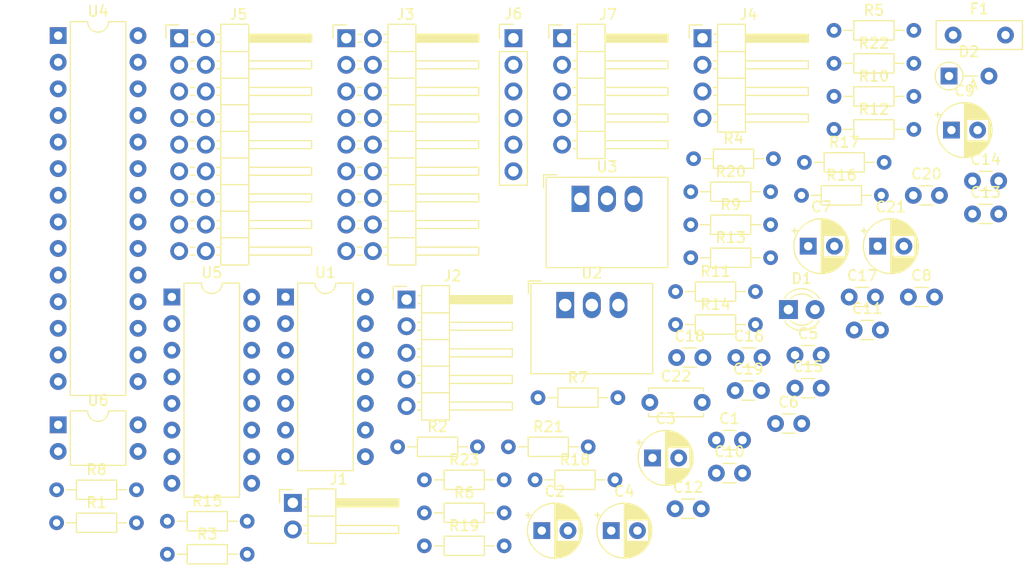
<source format=kicad_pcb>
(kicad_pcb (version 20171130) (host pcbnew 5.1.9-1.fc33)
  (layers (0 F.Cu signal) (1 In1.Cu signal hide) (2 In2.Cu signal hide) (31 B.Cu signal) (34 B.Paste user) (35 F.Paste user) (36 B.SilkS user) (37 F.SilkS user) (38 B.Mask user) (39 F.Mask user) (44 Edge.Cuts user))
  (net 0 "")
  (net 1 +5V)
  (net 2 GND)
  (net 3 "Net-(C2-Pad1)")
  (net 4 "Net-(C4-Pad1)")
  (net 5 "Net-(C6-Pad2)")
  (net 6 VDD)
  (net 7 "Net-(C12-Pad2)")
  (net 8 "Net-(C14-Pad2)")
  (net 9 "Net-(C15-Pad2)")
  (net 10 "Net-(C16-Pad2)")
  (net 11 "Net-(C17-Pad2)")
  (net 12 "Net-(C18-Pad2)")
  (net 13 "Net-(C19-Pad2)")
  (net 14 "Net-(C20-Pad2)")
  (net 15 "Net-(C22-Pad2)")
  (net 16 "Net-(D2-Pad2)")
  (net 17 "Net-(D2-Pad1)")
  (net 18 "Net-(F1-Pad2)")
  (net 19 "Net-(J2-Pad4)")
  (net 20 "Net-(J2-Pad3)")
  (net 21 "Net-(J2-Pad2)")
  (net 22 "Net-(J3-Pad17)")
  (net 23 "Net-(J3-Pad15)")
  (net 24 "Net-(J3-Pad13)")
  (net 25 "Net-(J3-Pad11)")
  (net 26 "Net-(J3-Pad10)")
  (net 27 "Net-(J3-Pad7)")
  (net 28 "Net-(J3-Pad5)")
  (net 29 "Net-(J3-Pad3)")
  (net 30 "Net-(J4-Pad3)")
  (net 31 "Net-(J4-Pad2)")
  (net 32 "Net-(J5-Pad17)")
  (net 33 "Net-(J5-Pad15)")
  (net 34 "Net-(J5-Pad13)")
  (net 35 "Net-(J5-Pad11)")
  (net 36 "Net-(J5-Pad9)")
  (net 37 "Net-(J5-Pad7)")
  (net 38 "Net-(J5-Pad5)")
  (net 39 "Net-(J5-Pad3)")
  (net 40 "Net-(J5-Pad1)")
  (net 41 "Net-(J6-Pad5)")
  (net 42 "Net-(J6-Pad4)")
  (net 43 "Net-(J6-Pad1)")
  (net 44 "Net-(J7-Pad5)")
  (net 45 "Net-(J7-Pad2)")
  (net 46 "Net-(J7-Pad1)")
  (net 47 "Net-(R20-Pad2)")
  (net 48 "Net-(R22-Pad1)")
  (net 49 "Net-(U1-Pad3)")
  (net 50 "Net-(U1-Pad1)")
  (net 51 "Net-(U4-Pad23)")
  (module Package_DIP:DIP-4_W7.62mm (layer F.Cu) (at 101.01 109.03)
    (fp_text reference U6 (at 3.81 -2.33) (layer F.SilkS))
    (fp_text value TLP785)
    (pad 4 thru_hole oval (at 7.62 0) (size 1.6 1.6) (drill 0.8) (layers *.Cu *.Mask) (net 47 "Net-(R20-Pad2)"))
    (pad 2 thru_hole oval (at 0 2.54) (size 1.6 1.6) (drill 0.8) (layers *.Cu *.Mask) (net 16 "Net-(D2-Pad2)"))
    (pad 3 thru_hole oval (at 7.62 2.54) (size 1.6 1.6) (drill 0.8) (layers *.Cu *.Mask) (net 2 GND))
    (pad 1 thru_hole rect (at 0 0) (size 1.6 1.6) (drill 0.8) (layers *.Cu *.Mask) (net 17 "Net-(D2-Pad1)"))
  )
  (module Package_DIP:DIP-16_W7.62mm (layer F.Cu) (at 111.86 96.83)
    (fp_text reference U5 (at 3.81 -2.33) (layer F.SilkS))
    (fp_text value 4051)
    (pad 16 thru_hole oval (at 7.62 0) (size 1.6 1.6) (drill 0.8) (layers *.Cu *.Mask) (net 6 VDD))
    (pad 8 thru_hole oval (at 0 17.78) (size 1.6 1.6) (drill 0.8) (layers *.Cu *.Mask) (net 2 GND))
    (pad 15 thru_hole oval (at 7.62 2.54) (size 1.6 1.6) (drill 0.8) (layers *.Cu *.Mask) (net 9 "Net-(C15-Pad2)"))
    (pad 7 thru_hole oval (at 0 15.24) (size 1.6 1.6) (drill 0.8) (layers *.Cu *.Mask) (net 2 GND))
    (pad 14 thru_hole oval (at 7.62 5.08) (size 1.6 1.6) (drill 0.8) (layers *.Cu *.Mask) (net 8 "Net-(C14-Pad2)"))
    (pad 6 thru_hole oval (at 0 12.7) (size 1.6 1.6) (drill 0.8) (layers *.Cu *.Mask) (net 2 GND))
    (pad 13 thru_hole oval (at 7.62 7.62) (size 1.6 1.6) (drill 0.8) (layers *.Cu *.Mask) (net 7 "Net-(C12-Pad2)"))
    (pad 5 thru_hole oval (at 0 10.16) (size 1.6 1.6) (drill 0.8) (layers *.Cu *.Mask) (net 12 "Net-(C18-Pad2)"))
    (pad 12 thru_hole oval (at 7.62 10.16) (size 1.6 1.6) (drill 0.8) (layers *.Cu *.Mask) (net 10 "Net-(C16-Pad2)"))
    (pad 4 thru_hole oval (at 0 7.62) (size 1.6 1.6) (drill 0.8) (layers *.Cu *.Mask) (net 14 "Net-(C20-Pad2)"))
    (pad 11 thru_hole oval (at 7.62 12.7) (size 1.6 1.6) (drill 0.8) (layers *.Cu *.Mask) (net 21 "Net-(J2-Pad2)"))
    (pad 3 thru_hole oval (at 0 5.08) (size 1.6 1.6) (drill 0.8) (layers *.Cu *.Mask) (net 51 "Net-(U4-Pad23)"))
    (pad 10 thru_hole oval (at 7.62 15.24) (size 1.6 1.6) (drill 0.8) (layers *.Cu *.Mask) (net 20 "Net-(J2-Pad3)"))
    (pad 2 thru_hole oval (at 0 2.54) (size 1.6 1.6) (drill 0.8) (layers *.Cu *.Mask) (net 13 "Net-(C19-Pad2)"))
    (pad 9 thru_hole oval (at 7.62 17.78) (size 1.6 1.6) (drill 0.8) (layers *.Cu *.Mask) (net 19 "Net-(J2-Pad4)"))
    (pad 1 thru_hole rect (at 0 0) (size 1.6 1.6) (drill 0.8) (layers *.Cu *.Mask) (net 11 "Net-(C17-Pad2)"))
  )
  (module Package_DIP:DIP-28_W7.62mm (layer F.Cu) (at 101.01 71.88)
    (fp_text reference U4 (at 3.81 -2.33) (layer F.SilkS))
    (fp_text value PIC32MX110F016B-I_SP)
    (pad 28 thru_hole oval (at 7.62 0) (size 1.6 1.6) (drill 0.8) (layers *.Cu *.Mask) (net 6 VDD))
    (pad 14 thru_hole oval (at 0 33.02) (size 1.6 1.6) (drill 0.8) (layers *.Cu *.Mask))
    (pad 27 thru_hole oval (at 7.62 2.54) (size 1.6 1.6) (drill 0.8) (layers *.Cu *.Mask) (net 2 GND))
    (pad 13 thru_hole oval (at 0 30.48) (size 1.6 1.6) (drill 0.8) (layers *.Cu *.Mask) (net 6 VDD))
    (pad 26 thru_hole oval (at 7.62 5.08) (size 1.6 1.6) (drill 0.8) (layers *.Cu *.Mask) (net 34 "Net-(J5-Pad13)"))
    (pad 12 thru_hole oval (at 0 27.94) (size 1.6 1.6) (drill 0.8) (layers *.Cu *.Mask))
    (pad 25 thru_hole oval (at 7.62 7.62) (size 1.6 1.6) (drill 0.8) (layers *.Cu *.Mask) (net 33 "Net-(J5-Pad15)"))
    (pad 11 thru_hole oval (at 0 25.4) (size 1.6 1.6) (drill 0.8) (layers *.Cu *.Mask) (net 19 "Net-(J2-Pad4)"))
    (pad 24 thru_hole oval (at 7.62 10.16) (size 1.6 1.6) (drill 0.8) (layers *.Cu *.Mask) (net 32 "Net-(J5-Pad17)"))
    (pad 10 thru_hole oval (at 0 22.86) (size 1.6 1.6) (drill 0.8) (layers *.Cu *.Mask) (net 20 "Net-(J2-Pad3)"))
    (pad 23 thru_hole oval (at 7.62 12.7) (size 1.6 1.6) (drill 0.8) (layers *.Cu *.Mask) (net 51 "Net-(U4-Pad23)"))
    (pad 9 thru_hole oval (at 0 20.32) (size 1.6 1.6) (drill 0.8) (layers *.Cu *.Mask) (net 21 "Net-(J2-Pad2)"))
    (pad 22 thru_hole oval (at 7.62 15.24) (size 1.6 1.6) (drill 0.8) (layers *.Cu *.Mask) (net 41 "Net-(J6-Pad5)"))
    (pad 8 thru_hole oval (at 0 17.78) (size 1.6 1.6) (drill 0.8) (layers *.Cu *.Mask) (net 2 GND))
    (pad 21 thru_hole oval (at 7.62 17.78) (size 1.6 1.6) (drill 0.8) (layers *.Cu *.Mask) (net 42 "Net-(J6-Pad4)"))
    (pad 7 thru_hole oval (at 0 15.24) (size 1.6 1.6) (drill 0.8) (layers *.Cu *.Mask) (net 35 "Net-(J5-Pad11)"))
    (pad 20 thru_hole oval (at 7.62 20.32) (size 1.6 1.6) (drill 0.8) (layers *.Cu *.Mask) (net 15 "Net-(C22-Pad2)"))
    (pad 6 thru_hole oval (at 0 12.7) (size 1.6 1.6) (drill 0.8) (layers *.Cu *.Mask) (net 36 "Net-(J5-Pad9)"))
    (pad 19 thru_hole oval (at 7.62 22.86) (size 1.6 1.6) (drill 0.8) (layers *.Cu *.Mask) (net 2 GND))
    (pad 5 thru_hole oval (at 0 10.16) (size 1.6 1.6) (drill 0.8) (layers *.Cu *.Mask) (net 37 "Net-(J5-Pad7)"))
    (pad 18 thru_hole oval (at 7.62 25.4) (size 1.6 1.6) (drill 0.8) (layers *.Cu *.Mask) (net 31 "Net-(J4-Pad2)"))
    (pad 4 thru_hole oval (at 0 7.62) (size 1.6 1.6) (drill 0.8) (layers *.Cu *.Mask) (net 38 "Net-(J5-Pad5)"))
    (pad 17 thru_hole oval (at 7.62 27.94) (size 1.6 1.6) (drill 0.8) (layers *.Cu *.Mask) (net 30 "Net-(J4-Pad3)"))
    (pad 3 thru_hole oval (at 0 5.08) (size 1.6 1.6) (drill 0.8) (layers *.Cu *.Mask) (net 39 "Net-(J5-Pad3)"))
    (pad 16 thru_hole oval (at 7.62 30.48) (size 1.6 1.6) (drill 0.8) (layers *.Cu *.Mask) (net 50 "Net-(U1-Pad1)"))
    (pad 2 thru_hole oval (at 0 2.54) (size 1.6 1.6) (drill 0.8) (layers *.Cu *.Mask) (net 40 "Net-(J5-Pad1)"))
    (pad 15 thru_hole oval (at 7.62 33.02) (size 1.6 1.6) (drill 0.8) (layers *.Cu *.Mask) (net 47 "Net-(R20-Pad2)"))
    (pad 1 thru_hole rect (at 0 0) (size 1.6 1.6) (drill 0.8) (layers *.Cu *.Mask) (net 43 "Net-(J6-Pad1)"))
  )
  (module Converter_DCDC:Converter_DCDC_RECOM_R-78B-2.0_THT (layer F.Cu) (at 150.855 87.465)
    (fp_text reference U3 (at 2.54 -3.06) (layer F.SilkS))
    (fp_text value BP5293-50)
    (pad 3 thru_hole oval (at 5.08 0) (size 1.7 2.5) (drill 1.2) (layers *.Cu *.Mask) (net 1 +5V))
    (pad 2 thru_hole oval (at 2.54 0) (size 1.7 2.5) (drill 1.2) (layers *.Cu *.Mask) (net 2 GND))
    (pad 1 thru_hole rect (at 0 0) (size 1.7 2.5) (drill 1.2) (layers *.Cu *.Mask) (net 3 "Net-(C2-Pad1)"))
  )
  (module Converter_DCDC:Converter_DCDC_RECOM_R-78B-2.0_THT (layer F.Cu) (at 149.405 97.595)
    (fp_text reference U2 (at 2.54 -3.06) (layer F.SilkS))
    (fp_text value BP5293-33)
    (pad 3 thru_hole oval (at 5.08 0) (size 1.7 2.5) (drill 1.2) (layers *.Cu *.Mask) (net 6 VDD))
    (pad 2 thru_hole oval (at 2.54 0) (size 1.7 2.5) (drill 1.2) (layers *.Cu *.Mask) (net 2 GND))
    (pad 1 thru_hole rect (at 0 0) (size 1.7 2.5) (drill 1.2) (layers *.Cu *.Mask) (net 3 "Net-(C2-Pad1)"))
  )
  (module Package_DIP:DIP-14_W7.62mm (layer F.Cu) (at 122.71 96.83)
    (fp_text reference U1 (at 3.81 -2.33) (layer F.SilkS))
    (fp_text value 74HC00)
    (pad 14 thru_hole oval (at 7.62 0) (size 1.6 1.6) (drill 0.8) (layers *.Cu *.Mask) (net 1 +5V))
    (pad 7 thru_hole oval (at 0 15.24) (size 1.6 1.6) (drill 0.8) (layers *.Cu *.Mask) (net 2 GND))
    (pad 13 thru_hole oval (at 7.62 2.54) (size 1.6 1.6) (drill 0.8) (layers *.Cu *.Mask) (net 2 GND))
    (pad 6 thru_hole oval (at 0 12.7) (size 1.6 1.6) (drill 0.8) (layers *.Cu *.Mask) (net 48 "Net-(R22-Pad1)"))
    (pad 12 thru_hole oval (at 7.62 5.08) (size 1.6 1.6) (drill 0.8) (layers *.Cu *.Mask) (net 2 GND))
    (pad 5 thru_hole oval (at 0 10.16) (size 1.6 1.6) (drill 0.8) (layers *.Cu *.Mask) (net 49 "Net-(U1-Pad3)"))
    (pad 11 thru_hole oval (at 7.62 7.62) (size 1.6 1.6) (drill 0.8) (layers *.Cu *.Mask))
    (pad 4 thru_hole oval (at 0 7.62) (size 1.6 1.6) (drill 0.8) (layers *.Cu *.Mask) (net 49 "Net-(U1-Pad3)"))
    (pad 10 thru_hole oval (at 7.62 10.16) (size 1.6 1.6) (drill 0.8) (layers *.Cu *.Mask) (net 2 GND))
    (pad 3 thru_hole oval (at 0 5.08) (size 1.6 1.6) (drill 0.8) (layers *.Cu *.Mask) (net 49 "Net-(U1-Pad3)"))
    (pad 9 thru_hole oval (at 7.62 12.7) (size 1.6 1.6) (drill 0.8) (layers *.Cu *.Mask) (net 2 GND))
    (pad 2 thru_hole oval (at 0 2.54) (size 1.6 1.6) (drill 0.8) (layers *.Cu *.Mask) (net 50 "Net-(U1-Pad1)"))
    (pad 8 thru_hole oval (at 7.62 15.24) (size 1.6 1.6) (drill 0.8) (layers *.Cu *.Mask))
    (pad 1 thru_hole rect (at 0 0) (size 1.6 1.6) (drill 0.8) (layers *.Cu *.Mask) (net 50 "Net-(U1-Pad1)"))
  )
  (module Resistor_THT:R_Axial_DIN0204_L3.6mm_D1.6mm_P7.62mm_Horizontal (layer F.Cu) (at 135.96 114.28)
    (fp_text reference R23 (at 3.81 -1.92) (layer F.SilkS))
    (fp_text value 220)
    (pad 2 thru_hole oval (at 7.62 0) (size 1.4 1.4) (drill 0.7) (layers *.Cu *.Mask) (net 45 "Net-(J7-Pad2)"))
    (pad 1 thru_hole circle (at 0 0) (size 1.4 1.4) (drill 0.7) (layers *.Cu *.Mask) (net 2 GND))
  )
  (module Resistor_THT:R_Axial_DIN0204_L3.6mm_D1.6mm_P7.62mm_Horizontal (layer F.Cu) (at 175.06 74.53)
    (fp_text reference R22 (at 3.81 -1.92) (layer F.SilkS))
    (fp_text value 220)
    (pad 2 thru_hole oval (at 7.62 0) (size 1.4 1.4) (drill 0.7) (layers *.Cu *.Mask) (net 46 "Net-(J7-Pad1)"))
    (pad 1 thru_hole circle (at 0 0) (size 1.4 1.4) (drill 0.7) (layers *.Cu *.Mask) (net 48 "Net-(R22-Pad1)"))
  )
  (module Resistor_THT:R_Axial_DIN0204_L3.6mm_D1.6mm_P7.62mm_Horizontal (layer F.Cu) (at 143.98 111.13)
    (fp_text reference R21 (at 3.81 -1.92) (layer F.SilkS))
    (fp_text value 220)
    (pad 2 thru_hole oval (at 7.62 0) (size 1.4 1.4) (drill 0.7) (layers *.Cu *.Mask) (net 44 "Net-(J7-Pad5)"))
    (pad 1 thru_hole circle (at 0 0) (size 1.4 1.4) (drill 0.7) (layers *.Cu *.Mask) (net 17 "Net-(D2-Pad1)"))
  )
  (module Resistor_THT:R_Axial_DIN0204_L3.6mm_D1.6mm_P7.62mm_Horizontal (layer F.Cu) (at 161.39 86.78)
    (fp_text reference R20 (at 3.81 -1.92) (layer F.SilkS))
    (fp_text value 220)
    (pad 2 thru_hole oval (at 7.62 0) (size 1.4 1.4) (drill 0.7) (layers *.Cu *.Mask) (net 47 "Net-(R20-Pad2)"))
    (pad 1 thru_hole circle (at 0 0) (size 1.4 1.4) (drill 0.7) (layers *.Cu *.Mask) (net 6 VDD))
  )
  (module Resistor_THT:R_Axial_DIN0204_L3.6mm_D1.6mm_P7.62mm_Horizontal (layer F.Cu) (at 135.96 120.58)
    (fp_text reference R19 (at 3.81 -1.92) (layer F.SilkS))
    (fp_text value 10k)
    (pad 2 thru_hole oval (at 7.62 0) (size 1.4 1.4) (drill 0.7) (layers *.Cu *.Mask) (net 14 "Net-(C20-Pad2)"))
    (pad 1 thru_hole circle (at 0 0) (size 1.4 1.4) (drill 0.7) (layers *.Cu *.Mask) (net 22 "Net-(J3-Pad17)"))
  )
  (module Resistor_THT:R_Axial_DIN0204_L3.6mm_D1.6mm_P7.62mm_Horizontal (layer F.Cu) (at 146.53 114.28)
    (fp_text reference R18 (at 3.81 -1.92) (layer F.SilkS))
    (fp_text value 10k)
    (pad 2 thru_hole oval (at 7.62 0) (size 1.4 1.4) (drill 0.7) (layers *.Cu *.Mask) (net 13 "Net-(C19-Pad2)"))
    (pad 1 thru_hole circle (at 0 0) (size 1.4 1.4) (drill 0.7) (layers *.Cu *.Mask) (net 23 "Net-(J3-Pad15)"))
  )
  (module Resistor_THT:R_Axial_DIN0204_L3.6mm_D1.6mm_P7.62mm_Horizontal (layer F.Cu) (at 172.23 83.98)
    (fp_text reference R17 (at 3.81 -1.92) (layer F.SilkS))
    (fp_text value 10k)
    (pad 2 thru_hole oval (at 7.62 0) (size 1.4 1.4) (drill 0.7) (layers *.Cu *.Mask) (net 12 "Net-(C18-Pad2)"))
    (pad 1 thru_hole circle (at 0 0) (size 1.4 1.4) (drill 0.7) (layers *.Cu *.Mask) (net 24 "Net-(J3-Pad13)"))
  )
  (module Resistor_THT:R_Axial_DIN0204_L3.6mm_D1.6mm_P7.62mm_Horizontal (layer F.Cu) (at 171.96 87.13)
    (fp_text reference R16 (at 3.81 -1.92) (layer F.SilkS))
    (fp_text value 10k)
    (pad 2 thru_hole oval (at 7.62 0) (size 1.4 1.4) (drill 0.7) (layers *.Cu *.Mask) (net 11 "Net-(C17-Pad2)"))
    (pad 1 thru_hole circle (at 0 0) (size 1.4 1.4) (drill 0.7) (layers *.Cu *.Mask) (net 25 "Net-(J3-Pad11)"))
  )
  (module Resistor_THT:R_Axial_DIN0204_L3.6mm_D1.6mm_P7.62mm_Horizontal (layer F.Cu) (at 111.43 118.23)
    (fp_text reference R15 (at 3.81 -1.92) (layer F.SilkS))
    (fp_text value 10k)
    (pad 2 thru_hole oval (at 7.62 0) (size 1.4 1.4) (drill 0.7) (layers *.Cu *.Mask) (net 10 "Net-(C16-Pad2)"))
    (pad 1 thru_hole circle (at 0 0) (size 1.4 1.4) (drill 0.7) (layers *.Cu *.Mask) (net 26 "Net-(J3-Pad10)"))
  )
  (module Resistor_THT:R_Axial_DIN0204_L3.6mm_D1.6mm_P7.62mm_Horizontal (layer F.Cu) (at 159.94 99.46)
    (fp_text reference R14 (at 3.81 -1.92) (layer F.SilkS))
    (fp_text value 10k)
    (pad 2 thru_hole oval (at 7.62 0) (size 1.4 1.4) (drill 0.7) (layers *.Cu *.Mask) (net 9 "Net-(C15-Pad2)"))
    (pad 1 thru_hole circle (at 0 0) (size 1.4 1.4) (drill 0.7) (layers *.Cu *.Mask) (net 27 "Net-(J3-Pad7)"))
  )
  (module Resistor_THT:R_Axial_DIN0204_L3.6mm_D1.6mm_P7.62mm_Horizontal (layer F.Cu) (at 161.39 93.08)
    (fp_text reference R13 (at 3.81 -1.92) (layer F.SilkS))
    (fp_text value 10k)
    (pad 2 thru_hole oval (at 7.62 0) (size 1.4 1.4) (drill 0.7) (layers *.Cu *.Mask) (net 8 "Net-(C14-Pad2)"))
    (pad 1 thru_hole circle (at 0 0) (size 1.4 1.4) (drill 0.7) (layers *.Cu *.Mask) (net 28 "Net-(J3-Pad5)"))
  )
  (module Resistor_THT:R_Axial_DIN0204_L3.6mm_D1.6mm_P7.62mm_Horizontal (layer F.Cu) (at 175.06 80.83)
    (fp_text reference R12 (at 3.81 -1.92) (layer F.SilkS))
    (fp_text value 10k)
    (pad 2 thru_hole oval (at 7.62 0) (size 1.4 1.4) (drill 0.7) (layers *.Cu *.Mask) (net 7 "Net-(C12-Pad2)"))
    (pad 1 thru_hole circle (at 0 0) (size 1.4 1.4) (drill 0.7) (layers *.Cu *.Mask) (net 29 "Net-(J3-Pad3)"))
  )
  (module Resistor_THT:R_Axial_DIN0204_L3.6mm_D1.6mm_P7.62mm_Horizontal (layer F.Cu) (at 159.94 96.31)
    (fp_text reference R11 (at 3.81 -1.92) (layer F.SilkS))
    (fp_text value 10k)
    (pad 2 thru_hole oval (at 7.62 0) (size 1.4 1.4) (drill 0.7) (layers *.Cu *.Mask) (net 22 "Net-(J3-Pad17)"))
    (pad 1 thru_hole circle (at 0 0) (size 1.4 1.4) (drill 0.7) (layers *.Cu *.Mask) (net 6 VDD))
  )
  (module Resistor_THT:R_Axial_DIN0204_L3.6mm_D1.6mm_P7.62mm_Horizontal (layer F.Cu) (at 175.06 77.68)
    (fp_text reference R10 (at 3.81 -1.92) (layer F.SilkS))
    (fp_text value 10k)
    (pad 2 thru_hole oval (at 7.62 0) (size 1.4 1.4) (drill 0.7) (layers *.Cu *.Mask) (net 23 "Net-(J3-Pad15)"))
    (pad 1 thru_hole circle (at 0 0) (size 1.4 1.4) (drill 0.7) (layers *.Cu *.Mask) (net 6 VDD))
  )
  (module Resistor_THT:R_Axial_DIN0204_L3.6mm_D1.6mm_P7.62mm_Horizontal (layer F.Cu) (at 161.39 89.93)
    (fp_text reference R9 (at 3.81 -1.92) (layer F.SilkS))
    (fp_text value 10k)
    (pad 2 thru_hole oval (at 7.62 0) (size 1.4 1.4) (drill 0.7) (layers *.Cu *.Mask) (net 24 "Net-(J3-Pad13)"))
    (pad 1 thru_hole circle (at 0 0) (size 1.4 1.4) (drill 0.7) (layers *.Cu *.Mask) (net 6 VDD))
  )
  (module Resistor_THT:R_Axial_DIN0204_L3.6mm_D1.6mm_P7.62mm_Horizontal (layer F.Cu) (at 100.86 115.23)
    (fp_text reference R8 (at 3.81 -1.92) (layer F.SilkS))
    (fp_text value 10k)
    (pad 2 thru_hole oval (at 7.62 0) (size 1.4 1.4) (drill 0.7) (layers *.Cu *.Mask) (net 25 "Net-(J3-Pad11)"))
    (pad 1 thru_hole circle (at 0 0) (size 1.4 1.4) (drill 0.7) (layers *.Cu *.Mask) (net 6 VDD))
  )
  (module Resistor_THT:R_Axial_DIN0204_L3.6mm_D1.6mm_P7.62mm_Horizontal (layer F.Cu) (at 146.81 106.44)
    (fp_text reference R7 (at 3.81 -1.92) (layer F.SilkS))
    (fp_text value 10k)
    (pad 2 thru_hole oval (at 7.62 0) (size 1.4 1.4) (drill 0.7) (layers *.Cu *.Mask) (net 26 "Net-(J3-Pad10)"))
    (pad 1 thru_hole circle (at 0 0) (size 1.4 1.4) (drill 0.7) (layers *.Cu *.Mask) (net 6 VDD))
  )
  (module Resistor_THT:R_Axial_DIN0204_L3.6mm_D1.6mm_P7.62mm_Horizontal (layer F.Cu) (at 135.96 117.43)
    (fp_text reference R6 (at 3.81 -1.92) (layer F.SilkS))
    (fp_text value 10k)
    (pad 2 thru_hole oval (at 7.62 0) (size 1.4 1.4) (drill 0.7) (layers *.Cu *.Mask) (net 27 "Net-(J3-Pad7)"))
    (pad 1 thru_hole circle (at 0 0) (size 1.4 1.4) (drill 0.7) (layers *.Cu *.Mask) (net 6 VDD))
  )
  (module Resistor_THT:R_Axial_DIN0204_L3.6mm_D1.6mm_P7.62mm_Horizontal (layer F.Cu) (at 175.06 71.38)
    (fp_text reference R5 (at 3.81 -1.92) (layer F.SilkS))
    (fp_text value 10k)
    (pad 2 thru_hole oval (at 7.62 0) (size 1.4 1.4) (drill 0.7) (layers *.Cu *.Mask) (net 28 "Net-(J3-Pad5)"))
    (pad 1 thru_hole circle (at 0 0) (size 1.4 1.4) (drill 0.7) (layers *.Cu *.Mask) (net 6 VDD))
  )
  (module Resistor_THT:R_Axial_DIN0204_L3.6mm_D1.6mm_P7.62mm_Horizontal (layer F.Cu) (at 161.66 83.63)
    (fp_text reference R4 (at 3.81 -1.92) (layer F.SilkS))
    (fp_text value 10k)
    (pad 2 thru_hole oval (at 7.62 0) (size 1.4 1.4) (drill 0.7) (layers *.Cu *.Mask) (net 29 "Net-(J3-Pad3)"))
    (pad 1 thru_hole circle (at 0 0) (size 1.4 1.4) (drill 0.7) (layers *.Cu *.Mask) (net 6 VDD))
  )
  (module Resistor_THT:R_Axial_DIN0204_L3.6mm_D1.6mm_P7.62mm_Horizontal (layer F.Cu) (at 111.43 121.38)
    (fp_text reference R3 (at 3.81 -1.92) (layer F.SilkS))
    (fp_text value 1k)
    (pad 2 thru_hole oval (at 7.62 0) (size 1.4 1.4) (drill 0.7) (layers *.Cu *.Mask) (net 43 "Net-(J6-Pad1)"))
    (pad 1 thru_hole circle (at 0 0) (size 1.4 1.4) (drill 0.7) (layers *.Cu *.Mask) (net 5 "Net-(C6-Pad2)"))
  )
  (module Resistor_THT:R_Axial_DIN0204_L3.6mm_D1.6mm_P7.62mm_Horizontal (layer F.Cu) (at 133.41 111.13)
    (fp_text reference R2 (at 3.81 -1.92) (layer F.SilkS))
    (fp_text value 10k)
    (pad 2 thru_hole oval (at 7.62 0) (size 1.4 1.4) (drill 0.7) (layers *.Cu *.Mask) (net 5 "Net-(C6-Pad2)"))
    (pad 1 thru_hole circle (at 0 0) (size 1.4 1.4) (drill 0.7) (layers *.Cu *.Mask) (net 6 VDD))
  )
  (module Resistor_THT:R_Axial_DIN0204_L3.6mm_D1.6mm_P7.62mm_Horizontal (layer F.Cu) (at 100.86 118.38)
    (fp_text reference R1 (at 3.81 -1.92) (layer F.SilkS))
    (fp_text value 1k)
    (pad 2 thru_hole oval (at 7.62 0) (size 1.4 1.4) (drill 0.7) (layers *.Cu *.Mask) (net 4 "Net-(C4-Pad1)"))
    (pad 1 thru_hole circle (at 0 0) (size 1.4 1.4) (drill 0.7) (layers *.Cu *.Mask) (net 6 VDD))
  )
  (module Connector_PinHeader_2.54mm:PinHeader_1x05_P2.54mm_Horizontal (layer F.Cu) (at 149.11 72.13)
    (fp_text reference J7 (at 4.385 -2.27) (layer F.SilkS))
    (fp_text value Conn_01x05_Male)
    (pad 5 thru_hole oval (at 0 10.16) (size 1.7 1.7) (drill 1) (layers *.Cu *.Mask) (net 44 "Net-(J7-Pad5)"))
    (pad 4 thru_hole oval (at 0 7.62) (size 1.7 1.7) (drill 1) (layers *.Cu *.Mask) (net 16 "Net-(D2-Pad2)"))
    (pad 3 thru_hole oval (at 0 5.08) (size 1.7 1.7) (drill 1) (layers *.Cu *.Mask) (net 2 GND))
    (pad 2 thru_hole oval (at 0 2.54) (size 1.7 1.7) (drill 1) (layers *.Cu *.Mask) (net 45 "Net-(J7-Pad2)"))
    (pad 1 thru_hole rect (at 0 0) (size 1.7 1.7) (drill 1) (layers *.Cu *.Mask) (net 46 "Net-(J7-Pad1)"))
  )
  (module Connector_PinHeader_2.54mm:PinHeader_1x06_P2.54mm_Vertical (layer F.Cu) (at 144.46 72.13)
    (fp_text reference J6 (at 0 -2.33) (layer F.SilkS))
    (fp_text value Conn_PIC_ICSP_ICD)
    (pad 6 thru_hole oval (at 0 12.7) (size 1.7 1.7) (drill 1) (layers *.Cu *.Mask))
    (pad 5 thru_hole oval (at 0 10.16) (size 1.7 1.7) (drill 1) (layers *.Cu *.Mask) (net 41 "Net-(J6-Pad5)"))
    (pad 4 thru_hole oval (at 0 7.62) (size 1.7 1.7) (drill 1) (layers *.Cu *.Mask) (net 42 "Net-(J6-Pad4)"))
    (pad 3 thru_hole oval (at 0 5.08) (size 1.7 1.7) (drill 1) (layers *.Cu *.Mask) (net 2 GND))
    (pad 2 thru_hole oval (at 0 2.54) (size 1.7 1.7) (drill 1) (layers *.Cu *.Mask) (net 6 VDD))
    (pad 1 thru_hole rect (at 0 0) (size 1.7 1.7) (drill 1) (layers *.Cu *.Mask) (net 43 "Net-(J6-Pad1)"))
  )
  (module Connector_PinHeader_2.54mm:PinHeader_2x09_P2.54mm_Horizontal (layer F.Cu) (at 112.56 72.13)
    (fp_text reference J5 (at 5.655 -2.27) (layer F.SilkS))
    (fp_text value Conn_02x09_Odd_Even)
    (pad 18 thru_hole oval (at 2.54 20.32) (size 1.7 1.7) (drill 1) (layers *.Cu *.Mask) (net 4 "Net-(C4-Pad1)"))
    (pad 17 thru_hole oval (at 0 20.32) (size 1.7 1.7) (drill 1) (layers *.Cu *.Mask) (net 32 "Net-(J5-Pad17)"))
    (pad 16 thru_hole oval (at 2.54 17.78) (size 1.7 1.7) (drill 1) (layers *.Cu *.Mask) (net 4 "Net-(C4-Pad1)"))
    (pad 15 thru_hole oval (at 0 17.78) (size 1.7 1.7) (drill 1) (layers *.Cu *.Mask) (net 33 "Net-(J5-Pad15)"))
    (pad 14 thru_hole oval (at 2.54 15.24) (size 1.7 1.7) (drill 1) (layers *.Cu *.Mask) (net 4 "Net-(C4-Pad1)"))
    (pad 13 thru_hole oval (at 0 15.24) (size 1.7 1.7) (drill 1) (layers *.Cu *.Mask) (net 34 "Net-(J5-Pad13)"))
    (pad 12 thru_hole oval (at 2.54 12.7) (size 1.7 1.7) (drill 1) (layers *.Cu *.Mask) (net 4 "Net-(C4-Pad1)"))
    (pad 11 thru_hole oval (at 0 12.7) (size 1.7 1.7) (drill 1) (layers *.Cu *.Mask) (net 35 "Net-(J5-Pad11)"))
    (pad 10 thru_hole oval (at 2.54 10.16) (size 1.7 1.7) (drill 1) (layers *.Cu *.Mask) (net 4 "Net-(C4-Pad1)"))
    (pad 9 thru_hole oval (at 0 10.16) (size 1.7 1.7) (drill 1) (layers *.Cu *.Mask) (net 36 "Net-(J5-Pad9)"))
    (pad 8 thru_hole oval (at 2.54 7.62) (size 1.7 1.7) (drill 1) (layers *.Cu *.Mask) (net 4 "Net-(C4-Pad1)"))
    (pad 7 thru_hole oval (at 0 7.62) (size 1.7 1.7) (drill 1) (layers *.Cu *.Mask) (net 37 "Net-(J5-Pad7)"))
    (pad 6 thru_hole oval (at 2.54 5.08) (size 1.7 1.7) (drill 1) (layers *.Cu *.Mask) (net 4 "Net-(C4-Pad1)"))
    (pad 5 thru_hole oval (at 0 5.08) (size 1.7 1.7) (drill 1) (layers *.Cu *.Mask) (net 38 "Net-(J5-Pad5)"))
    (pad 4 thru_hole oval (at 2.54 2.54) (size 1.7 1.7) (drill 1) (layers *.Cu *.Mask) (net 4 "Net-(C4-Pad1)"))
    (pad 3 thru_hole oval (at 0 2.54) (size 1.7 1.7) (drill 1) (layers *.Cu *.Mask) (net 39 "Net-(J5-Pad3)"))
    (pad 2 thru_hole oval (at 2.54 0) (size 1.7 1.7) (drill 1) (layers *.Cu *.Mask) (net 4 "Net-(C4-Pad1)"))
    (pad 1 thru_hole rect (at 0 0) (size 1.7 1.7) (drill 1) (layers *.Cu *.Mask) (net 40 "Net-(J5-Pad1)"))
  )
  (module Connector_PinHeader_2.54mm:PinHeader_1x04_P2.54mm_Horizontal (layer F.Cu) (at 162.51 72.13)
    (fp_text reference J4 (at 4.385 -2.27) (layer F.SilkS))
    (fp_text value Conn_01x04_Male)
    (pad 4 thru_hole oval (at 0 7.62) (size 1.7 1.7) (drill 1) (layers *.Cu *.Mask) (net 2 GND))
    (pad 3 thru_hole oval (at 0 5.08) (size 1.7 1.7) (drill 1) (layers *.Cu *.Mask) (net 30 "Net-(J4-Pad3)"))
    (pad 2 thru_hole oval (at 0 2.54) (size 1.7 1.7) (drill 1) (layers *.Cu *.Mask) (net 31 "Net-(J4-Pad2)"))
    (pad 1 thru_hole rect (at 0 0) (size 1.7 1.7) (drill 1) (layers *.Cu *.Mask) (net 6 VDD))
  )
  (module Connector_PinHeader_2.54mm:PinHeader_2x09_P2.54mm_Horizontal (layer F.Cu) (at 128.51 72.13)
    (fp_text reference J3 (at 5.655 -2.27) (layer F.SilkS))
    (fp_text value Conn_02x09_Odd_Even)
    (pad 18 thru_hole oval (at 2.54 20.32) (size 1.7 1.7) (drill 1) (layers *.Cu *.Mask) (net 22 "Net-(J3-Pad17)"))
    (pad 17 thru_hole oval (at 0 20.32) (size 1.7 1.7) (drill 1) (layers *.Cu *.Mask) (net 22 "Net-(J3-Pad17)"))
    (pad 16 thru_hole oval (at 2.54 17.78) (size 1.7 1.7) (drill 1) (layers *.Cu *.Mask) (net 23 "Net-(J3-Pad15)"))
    (pad 15 thru_hole oval (at 0 17.78) (size 1.7 1.7) (drill 1) (layers *.Cu *.Mask) (net 23 "Net-(J3-Pad15)"))
    (pad 14 thru_hole oval (at 2.54 15.24) (size 1.7 1.7) (drill 1) (layers *.Cu *.Mask) (net 24 "Net-(J3-Pad13)"))
    (pad 13 thru_hole oval (at 0 15.24) (size 1.7 1.7) (drill 1) (layers *.Cu *.Mask) (net 24 "Net-(J3-Pad13)"))
    (pad 12 thru_hole oval (at 2.54 12.7) (size 1.7 1.7) (drill 1) (layers *.Cu *.Mask) (net 25 "Net-(J3-Pad11)"))
    (pad 11 thru_hole oval (at 0 12.7) (size 1.7 1.7) (drill 1) (layers *.Cu *.Mask) (net 25 "Net-(J3-Pad11)"))
    (pad 10 thru_hole oval (at 2.54 10.16) (size 1.7 1.7) (drill 1) (layers *.Cu *.Mask) (net 26 "Net-(J3-Pad10)"))
    (pad 9 thru_hole oval (at 0 10.16) (size 1.7 1.7) (drill 1) (layers *.Cu *.Mask) (net 26 "Net-(J3-Pad10)"))
    (pad 8 thru_hole oval (at 2.54 7.62) (size 1.7 1.7) (drill 1) (layers *.Cu *.Mask) (net 27 "Net-(J3-Pad7)"))
    (pad 7 thru_hole oval (at 0 7.62) (size 1.7 1.7) (drill 1) (layers *.Cu *.Mask) (net 27 "Net-(J3-Pad7)"))
    (pad 6 thru_hole oval (at 2.54 5.08) (size 1.7 1.7) (drill 1) (layers *.Cu *.Mask) (net 28 "Net-(J3-Pad5)"))
    (pad 5 thru_hole oval (at 0 5.08) (size 1.7 1.7) (drill 1) (layers *.Cu *.Mask) (net 28 "Net-(J3-Pad5)"))
    (pad 4 thru_hole oval (at 2.54 2.54) (size 1.7 1.7) (drill 1) (layers *.Cu *.Mask) (net 29 "Net-(J3-Pad3)"))
    (pad 3 thru_hole oval (at 0 2.54) (size 1.7 1.7) (drill 1) (layers *.Cu *.Mask) (net 29 "Net-(J3-Pad3)"))
    (pad 2 thru_hole oval (at 2.54 0) (size 1.7 1.7) (drill 1) (layers *.Cu *.Mask) (net 2 GND))
    (pad 1 thru_hole rect (at 0 0) (size 1.7 1.7) (drill 1) (layers *.Cu *.Mask) (net 2 GND))
  )
  (module Connector_PinHeader_2.54mm:PinHeader_1x05_P2.54mm_Horizontal (layer F.Cu) (at 134.26 97.08)
    (fp_text reference J2 (at 4.385 -2.27) (layer F.SilkS))
    (fp_text value Conn_01x05_Male)
    (pad 5 thru_hole oval (at 0 10.16) (size 1.7 1.7) (drill 1) (layers *.Cu *.Mask) (net 2 GND))
    (pad 4 thru_hole oval (at 0 7.62) (size 1.7 1.7) (drill 1) (layers *.Cu *.Mask) (net 19 "Net-(J2-Pad4)"))
    (pad 3 thru_hole oval (at 0 5.08) (size 1.7 1.7) (drill 1) (layers *.Cu *.Mask) (net 20 "Net-(J2-Pad3)"))
    (pad 2 thru_hole oval (at 0 2.54) (size 1.7 1.7) (drill 1) (layers *.Cu *.Mask) (net 21 "Net-(J2-Pad2)"))
    (pad 1 thru_hole rect (at 0 0) (size 1.7 1.7) (drill 1) (layers *.Cu *.Mask) (net 6 VDD))
  )
  (module Connector_PinHeader_2.54mm:PinHeader_1x02_P2.54mm_Horizontal (layer F.Cu) (at 123.41 116.48)
    (fp_text reference J1 (at 4.385 -2.27) (layer F.SilkS))
    (fp_text value Conn_01x02_Male)
    (pad 2 thru_hole oval (at 0 2.54) (size 1.7 1.7) (drill 1) (layers *.Cu *.Mask) (net 2 GND))
    (pad 1 thru_hole rect (at 0 0) (size 1.7 1.7) (drill 1) (layers *.Cu *.Mask) (net 18 "Net-(F1-Pad2)"))
  )
  (module Capacitor_THT:C_Disc_D8.0mm_W2.5mm_P5.00mm (layer F.Cu) (at 186.43 71.83)
    (fp_text reference F1 (at 2.5 -2.5) (layer F.SilkS))
    (fp_text value RXEF050)
    (pad 2 thru_hole circle (at 5 0) (size 1.6 1.6) (drill 0.8) (layers *.Cu *.Mask) (net 18 "Net-(F1-Pad2)"))
    (pad 1 thru_hole circle (at 0 0) (size 1.6 1.6) (drill 0.8) (layers *.Cu *.Mask) (net 3 "Net-(C2-Pad1)"))
  )
  (module Diode_THT:D_DO-35_SOD27_P3.81mm_Vertical_AnodeUp (layer F.Cu) (at 186.041371 75.741371)
    (fp_text reference D2 (at 1.905 -2.326371) (layer F.SilkS))
    (fp_text value 1SS178)
    (fp_text user A (at 2.31 0.8) (layer F.SilkS))
    (pad 2 thru_hole oval (at 3.81 0) (size 1.6 1.6) (drill 0.8) (layers *.Cu *.Mask) (net 16 "Net-(D2-Pad2)"))
    (pad 1 thru_hole rect (at 0 0) (size 1.6 1.6) (drill 0.8) (layers *.Cu *.Mask) (net 17 "Net-(D2-Pad1)"))
  )
  (module LED_THT:LED_D3.0mm (layer F.Cu) (at 170.71 98.03)
    (fp_text reference D1 (at 1.27 -2.96) (layer F.SilkS))
    (fp_text value LED)
    (pad 2 thru_hole circle (at 2.54 0) (size 1.8 1.8) (drill 0.9) (layers *.Cu *.Mask) (net 4 "Net-(C4-Pad1)"))
    (pad 1 thru_hole rect (at 0 0) (size 1.8 1.8) (drill 0.9) (layers *.Cu *.Mask) (net 2 GND))
  )
  (module Capacitor_THT:C_Disc_D5.0mm_W2.5mm_P5.00mm (layer F.Cu) (at 157.48 106.89)
    (fp_text reference C22 (at 2.5 -2.5) (layer F.SilkS))
    (fp_text value 10uF)
    (pad 2 thru_hole circle (at 5 0) (size 1.6 1.6) (drill 0.8) (layers *.Cu *.Mask) (net 15 "Net-(C22-Pad2)"))
    (pad 1 thru_hole circle (at 0 0) (size 1.6 1.6) (drill 0.8) (layers *.Cu *.Mask) (net 2 GND))
  )
  (module Capacitor_THT:CP_Radial_D5.0mm_P2.50mm (layer F.Cu) (at 179.229775 91.98)
    (fp_text reference C21 (at 1.25 -3.75) (layer F.SilkS))
    (fp_text value 10u)
    (pad 2 thru_hole circle (at 2.5 0) (size 1.6 1.6) (drill 0.8) (layers *.Cu *.Mask) (net 2 GND))
    (pad 1 thru_hole rect (at 0 0) (size 1.6 1.6) (drill 0.8) (layers *.Cu *.Mask) (net 6 VDD))
  )
  (module Capacitor_THT:C_Disc_D3.0mm_W1.6mm_P2.50mm (layer F.Cu) (at 182.63 87.13)
    (fp_text reference C20 (at 1.25 -2.05) (layer F.SilkS))
    (fp_text value 0.1u)
    (pad 2 thru_hole circle (at 2.5 0) (size 1.6 1.6) (drill 0.8) (layers *.Cu *.Mask) (net 14 "Net-(C20-Pad2)"))
    (pad 1 thru_hole circle (at 0 0) (size 1.6 1.6) (drill 0.8) (layers *.Cu *.Mask) (net 2 GND))
  )
  (module Capacitor_THT:C_Disc_D3.0mm_W1.6mm_P2.50mm (layer F.Cu) (at 165.63 105.76)
    (fp_text reference C19 (at 1.25 -2.05) (layer F.SilkS))
    (fp_text value 0.1u)
    (pad 2 thru_hole circle (at 2.5 0) (size 1.6 1.6) (drill 0.8) (layers *.Cu *.Mask) (net 13 "Net-(C19-Pad2)"))
    (pad 1 thru_hole circle (at 0 0) (size 1.6 1.6) (drill 0.8) (layers *.Cu *.Mask) (net 2 GND))
  )
  (module Capacitor_THT:C_Disc_D3.0mm_W1.6mm_P2.50mm (layer F.Cu) (at 160.04 102.61)
    (fp_text reference C18 (at 1.25 -2.05) (layer F.SilkS))
    (fp_text value 0.1u)
    (pad 2 thru_hole circle (at 2.5 0) (size 1.6 1.6) (drill 0.8) (layers *.Cu *.Mask) (net 12 "Net-(C18-Pad2)"))
    (pad 1 thru_hole circle (at 0 0) (size 1.6 1.6) (drill 0.8) (layers *.Cu *.Mask) (net 2 GND))
  )
  (module Capacitor_THT:C_Disc_D3.0mm_W1.6mm_P2.50mm (layer F.Cu) (at 176.51 96.83)
    (fp_text reference C17 (at 1.25 -2.05) (layer F.SilkS))
    (fp_text value 0.1u)
    (pad 2 thru_hole circle (at 2.5 0) (size 1.6 1.6) (drill 0.8) (layers *.Cu *.Mask) (net 11 "Net-(C17-Pad2)"))
    (pad 1 thru_hole circle (at 0 0) (size 1.6 1.6) (drill 0.8) (layers *.Cu *.Mask) (net 2 GND))
  )
  (module Capacitor_THT:C_Disc_D3.0mm_W1.6mm_P2.50mm (layer F.Cu) (at 165.69 102.61)
    (fp_text reference C16 (at 1.25 -2.05) (layer F.SilkS))
    (fp_text value 0.1u)
    (pad 2 thru_hole circle (at 2.5 0) (size 1.6 1.6) (drill 0.8) (layers *.Cu *.Mask) (net 10 "Net-(C16-Pad2)"))
    (pad 1 thru_hole circle (at 0 0) (size 1.6 1.6) (drill 0.8) (layers *.Cu *.Mask) (net 2 GND))
  )
  (module Capacitor_THT:C_Disc_D3.0mm_W1.6mm_P2.50mm (layer F.Cu) (at 171.34 105.53)
    (fp_text reference C15 (at 1.25 -2.05) (layer F.SilkS))
    (fp_text value 0.1u)
    (pad 2 thru_hole circle (at 2.5 0) (size 1.6 1.6) (drill 0.8) (layers *.Cu *.Mask) (net 9 "Net-(C15-Pad2)"))
    (pad 1 thru_hole circle (at 0 0) (size 1.6 1.6) (drill 0.8) (layers *.Cu *.Mask) (net 2 GND))
  )
  (module Capacitor_THT:C_Disc_D3.0mm_W1.6mm_P2.50mm (layer F.Cu) (at 188.28 85.75)
    (fp_text reference C14 (at 1.25 -2.05) (layer F.SilkS))
    (fp_text value 0.1u)
    (pad 2 thru_hole circle (at 2.5 0) (size 1.6 1.6) (drill 0.8) (layers *.Cu *.Mask) (net 8 "Net-(C14-Pad2)"))
    (pad 1 thru_hole circle (at 0 0) (size 1.6 1.6) (drill 0.8) (layers *.Cu *.Mask) (net 2 GND))
  )
  (module Capacitor_THT:C_Disc_D3.0mm_W1.6mm_P2.50mm (layer F.Cu) (at 188.28 88.9)
    (fp_text reference C13 (at 1.25 -2.05) (layer F.SilkS))
    (fp_text value 0.1u)
    (pad 2 thru_hole circle (at 2.5 0) (size 1.6 1.6) (drill 0.8) (layers *.Cu *.Mask) (net 6 VDD))
    (pad 1 thru_hole circle (at 0 0) (size 1.6 1.6) (drill 0.8) (layers *.Cu *.Mask) (net 2 GND))
  )
  (module Capacitor_THT:C_Disc_D3.0mm_W1.6mm_P2.50mm (layer F.Cu) (at 159.89 117.04)
    (fp_text reference C12 (at 1.25 -2.05) (layer F.SilkS))
    (fp_text value 0.1u)
    (pad 2 thru_hole circle (at 2.5 0) (size 1.6 1.6) (drill 0.8) (layers *.Cu *.Mask) (net 7 "Net-(C12-Pad2)"))
    (pad 1 thru_hole circle (at 0 0) (size 1.6 1.6) (drill 0.8) (layers *.Cu *.Mask) (net 2 GND))
  )
  (module Capacitor_THT:C_Disc_D3.0mm_W1.6mm_P2.50mm (layer F.Cu) (at 176.99 99.98)
    (fp_text reference C11 (at 1.25 -2.05) (layer F.SilkS))
    (fp_text value 0.1u)
    (pad 2 thru_hole circle (at 2.5 0) (size 1.6 1.6) (drill 0.8) (layers *.Cu *.Mask) (net 6 VDD))
    (pad 1 thru_hole circle (at 0 0) (size 1.6 1.6) (drill 0.8) (layers *.Cu *.Mask) (net 2 GND))
  )
  (module Capacitor_THT:C_Disc_D3.0mm_W1.6mm_P2.50mm (layer F.Cu) (at 163.83 113.64)
    (fp_text reference C10 (at 1.25 -2.05) (layer F.SilkS))
    (fp_text value 0.1u)
    (pad 2 thru_hole circle (at 2.5 0) (size 1.6 1.6) (drill 0.8) (layers *.Cu *.Mask) (net 6 VDD))
    (pad 1 thru_hole circle (at 0 0) (size 1.6 1.6) (drill 0.8) (layers *.Cu *.Mask) (net 2 GND))
  )
  (module Capacitor_THT:CP_Radial_D5.0mm_P2.50mm (layer F.Cu) (at 186.269775 80.9)
    (fp_text reference C9 (at 1.25 -3.75) (layer F.SilkS))
    (fp_text value 10u)
    (pad 2 thru_hole circle (at 2.5 0) (size 1.6 1.6) (drill 0.8) (layers *.Cu *.Mask) (net 2 GND))
    (pad 1 thru_hole rect (at 0 0) (size 1.6 1.6) (drill 0.8) (layers *.Cu *.Mask) (net 4 "Net-(C4-Pad1)"))
  )
  (module Capacitor_THT:C_Disc_D3.0mm_W1.6mm_P2.50mm (layer F.Cu) (at 182.16 96.83)
    (fp_text reference C8 (at 1.25 -2.05) (layer F.SilkS))
    (fp_text value 0.1u)
    (pad 2 thru_hole circle (at 2.5 0) (size 1.6 1.6) (drill 0.8) (layers *.Cu *.Mask) (net 4 "Net-(C4-Pad1)"))
    (pad 1 thru_hole circle (at 0 0) (size 1.6 1.6) (drill 0.8) (layers *.Cu *.Mask) (net 2 GND))
  )
  (module Capacitor_THT:CP_Radial_D5.0mm_P2.50mm (layer F.Cu) (at 172.599775 91.98)
    (fp_text reference C7 (at 1.25 -3.75) (layer F.SilkS))
    (fp_text value 10u)
    (pad 2 thru_hole circle (at 2.5 0) (size 1.6 1.6) (drill 0.8) (layers *.Cu *.Mask) (net 2 GND))
    (pad 1 thru_hole rect (at 0 0) (size 1.6 1.6) (drill 0.8) (layers *.Cu *.Mask) (net 6 VDD))
  )
  (module Capacitor_THT:C_Disc_D3.0mm_W1.6mm_P2.50mm (layer F.Cu) (at 169.48 108.91)
    (fp_text reference C6 (at 1.25 -2.05) (layer F.SilkS))
    (fp_text value 0.1u)
    (pad 2 thru_hole circle (at 2.5 0) (size 1.6 1.6) (drill 0.8) (layers *.Cu *.Mask) (net 5 "Net-(C6-Pad2)"))
    (pad 1 thru_hole circle (at 0 0) (size 1.6 1.6) (drill 0.8) (layers *.Cu *.Mask) (net 2 GND))
  )
  (module Capacitor_THT:C_Disc_D3.0mm_W1.6mm_P2.50mm (layer F.Cu) (at 171.34 102.38)
    (fp_text reference C5 (at 1.25 -2.05) (layer F.SilkS))
    (fp_text value 0.1u)
    (pad 2 thru_hole circle (at 2.5 0) (size 1.6 1.6) (drill 0.8) (layers *.Cu *.Mask) (net 4 "Net-(C4-Pad1)"))
    (pad 1 thru_hole circle (at 0 0) (size 1.6 1.6) (drill 0.8) (layers *.Cu *.Mask) (net 2 GND))
  )
  (module Capacitor_THT:CP_Radial_D5.0mm_P2.50mm (layer F.Cu) (at 153.799775 119.13)
    (fp_text reference C4 (at 1.25 -3.75) (layer F.SilkS))
    (fp_text value 10u)
    (pad 2 thru_hole circle (at 2.5 0) (size 1.6 1.6) (drill 0.8) (layers *.Cu *.Mask) (net 2 GND))
    (pad 1 thru_hole rect (at 0 0) (size 1.6 1.6) (drill 0.8) (layers *.Cu *.Mask) (net 4 "Net-(C4-Pad1)"))
  )
  (module Capacitor_THT:CP_Radial_D5.0mm_P2.50mm (layer F.Cu) (at 157.739775 112.19)
    (fp_text reference C3 (at 1.25 -3.75) (layer F.SilkS))
    (fp_text value 10u)
    (pad 2 thru_hole circle (at 2.5 0) (size 1.6 1.6) (drill 0.8) (layers *.Cu *.Mask) (net 2 GND))
    (pad 1 thru_hole rect (at 0 0) (size 1.6 1.6) (drill 0.8) (layers *.Cu *.Mask) (net 3 "Net-(C2-Pad1)"))
  )
  (module Capacitor_THT:CP_Radial_D5.0mm_P2.50mm (layer F.Cu) (at 147.169775 119.13)
    (fp_text reference C2 (at 1.25 -3.75) (layer F.SilkS))
    (fp_text value 10u)
    (pad 2 thru_hole circle (at 2.5 0) (size 1.6 1.6) (drill 0.8) (layers *.Cu *.Mask) (net 2 GND))
    (pad 1 thru_hole rect (at 0 0) (size 1.6 1.6) (drill 0.8) (layers *.Cu *.Mask) (net 3 "Net-(C2-Pad1)"))
  )
  (module Capacitor_THT:C_Disc_D3.0mm_W1.6mm_P2.50mm (layer F.Cu) (at 163.83 110.49)
    (fp_text reference C1 (at 1.25 -2.05) (layer F.SilkS))
    (fp_text value 0.1u)
    (pad 2 thru_hole circle (at 2.5 0) (size 1.6 1.6) (drill 0.8) (layers *.Cu *.Mask) (net 1 +5V))
    (pad 1 thru_hole circle (at 0 0) (size 1.6 1.6) (drill 0.8) (layers *.Cu *.Mask) (net 2 GND))
  )
)
</source>
